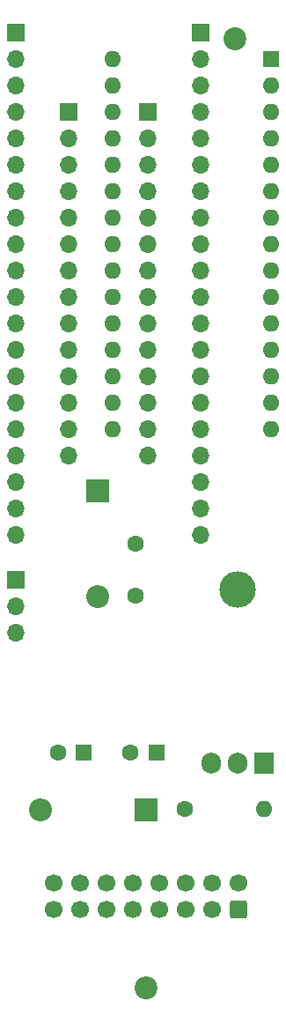
<source format=gbr>
%TF.GenerationSoftware,KiCad,Pcbnew,8.0.5*%
%TF.CreationDate,2024-11-21T14:34:23+00:00*%
%TF.ProjectId,EuroRackControl-MCU,4575726f-5261-4636-9b43-6f6e74726f6c,rev?*%
%TF.SameCoordinates,Original*%
%TF.FileFunction,Soldermask,Bot*%
%TF.FilePolarity,Negative*%
%FSLAX46Y46*%
G04 Gerber Fmt 4.6, Leading zero omitted, Abs format (unit mm)*
G04 Created by KiCad (PCBNEW 8.0.5) date 2024-11-21 14:34:23*
%MOMM*%
%LPD*%
G01*
G04 APERTURE LIST*
G04 Aperture macros list*
%AMRoundRect*
0 Rectangle with rounded corners*
0 $1 Rounding radius*
0 $2 $3 $4 $5 $6 $7 $8 $9 X,Y pos of 4 corners*
0 Add a 4 corners polygon primitive as box body*
4,1,4,$2,$3,$4,$5,$6,$7,$8,$9,$2,$3,0*
0 Add four circle primitives for the rounded corners*
1,1,$1+$1,$2,$3*
1,1,$1+$1,$4,$5*
1,1,$1+$1,$6,$7*
1,1,$1+$1,$8,$9*
0 Add four rect primitives between the rounded corners*
20,1,$1+$1,$2,$3,$4,$5,0*
20,1,$1+$1,$4,$5,$6,$7,0*
20,1,$1+$1,$6,$7,$8,$9,0*
20,1,$1+$1,$8,$9,$2,$3,0*%
G04 Aperture macros list end*
%ADD10R,1.700000X1.700000*%
%ADD11O,1.700000X1.700000*%
%ADD12C,2.200000*%
%ADD13O,3.500000X3.500000*%
%ADD14R,1.905000X2.000000*%
%ADD15O,1.905000X2.000000*%
%ADD16R,2.200000X2.200000*%
%ADD17O,2.200000X2.200000*%
%ADD18R,1.600000X1.600000*%
%ADD19C,1.600000*%
%ADD20O,1.600000X1.600000*%
%ADD21RoundRect,0.250000X0.600000X-0.600000X0.600000X0.600000X-0.600000X0.600000X-0.600000X-0.600000X0*%
%ADD22C,1.700000*%
G04 APERTURE END LIST*
D10*
%TO.C,J3*%
X22510000Y-60000000D03*
D11*
X22510000Y-62540000D03*
X22510000Y-65080000D03*
X22510000Y-67620000D03*
X22510000Y-70160000D03*
X22510000Y-72700000D03*
X22510000Y-75240000D03*
X22510000Y-77780000D03*
X22510000Y-80320000D03*
X22510000Y-82860000D03*
X22510000Y-85400000D03*
X22510000Y-87940000D03*
X22510000Y-90480000D03*
X22510000Y-93020000D03*
%TD*%
D12*
%TO.C,MK3*%
X38500000Y-53000000D03*
%TD*%
D10*
%TO.C,J2*%
X30130000Y-60000000D03*
D11*
X30130000Y-62540000D03*
X30130000Y-65080000D03*
X30130000Y-67620000D03*
X30130000Y-70160000D03*
X30130000Y-72700000D03*
X30130000Y-75240000D03*
X30130000Y-77780000D03*
X30130000Y-80320000D03*
X30130000Y-82860000D03*
X30130000Y-85400000D03*
X30130000Y-87940000D03*
X30130000Y-90480000D03*
X30130000Y-93020000D03*
%TD*%
D12*
%TO.C,MK5*%
X30000000Y-144200000D03*
%TD*%
D13*
%TO.C,U4*%
X38820000Y-105910000D03*
D14*
X41360000Y-122570000D03*
D15*
X38820000Y-122570000D03*
X36280000Y-122570000D03*
%TD*%
D10*
%TO.C,J17*%
X35210000Y-52430000D03*
D11*
X35210000Y-54970000D03*
X35210000Y-57510000D03*
X35210000Y-60050000D03*
X35210000Y-62590000D03*
X35210000Y-65130000D03*
X35210000Y-67670000D03*
X35210000Y-70210000D03*
X35210000Y-72750000D03*
X35210000Y-75290000D03*
X35210000Y-77830000D03*
X35210000Y-80370000D03*
X35210000Y-82910000D03*
X35210000Y-85450000D03*
X35210000Y-87990000D03*
X35210000Y-90530000D03*
X35210000Y-93070000D03*
X35210000Y-95610000D03*
X35210000Y-98150000D03*
X35210000Y-100690000D03*
%TD*%
D16*
%TO.C,D1*%
X30010000Y-127040000D03*
D17*
X19850000Y-127040000D03*
%TD*%
D18*
%TO.C,C2*%
X23970000Y-121560000D03*
D19*
X21470000Y-121560000D03*
%TD*%
%TO.C,R1*%
X33740000Y-127000000D03*
D20*
X41360000Y-127000000D03*
%TD*%
D10*
%TO.C,J6*%
X17430000Y-105000000D03*
D11*
X17430000Y-107540000D03*
X17430000Y-110080000D03*
%TD*%
D18*
%TO.C,U2*%
X42000000Y-54970000D03*
D20*
X42000000Y-57510000D03*
X42000000Y-60050000D03*
X42000000Y-62590000D03*
X42000000Y-65130000D03*
X42000000Y-67670000D03*
X42000000Y-70210000D03*
X42000000Y-72750000D03*
X42000000Y-75290000D03*
X42000000Y-77830000D03*
X42000000Y-80370000D03*
X42000000Y-82910000D03*
X42000000Y-85450000D03*
X42000000Y-87990000D03*
X42000000Y-90530000D03*
X26760000Y-90530000D03*
X26760000Y-87990000D03*
X26760000Y-85450000D03*
X26760000Y-82910000D03*
X26760000Y-80370000D03*
X26760000Y-77830000D03*
X26760000Y-75290000D03*
X26760000Y-72750000D03*
X26760000Y-70210000D03*
X26760000Y-67670000D03*
X26760000Y-65130000D03*
X26760000Y-62590000D03*
X26760000Y-60050000D03*
X26760000Y-57510000D03*
X26760000Y-54970000D03*
%TD*%
D19*
%TO.C,C3*%
X28990000Y-106520000D03*
X28990000Y-101520000D03*
%TD*%
D10*
%TO.C,J18*%
X17430000Y-52430000D03*
D11*
X17430000Y-54970000D03*
X17430000Y-57510000D03*
X17430000Y-60050000D03*
X17430000Y-62590000D03*
X17430000Y-65130000D03*
X17430000Y-67670000D03*
X17430000Y-70210000D03*
X17430000Y-72750000D03*
X17430000Y-75290000D03*
X17430000Y-77830000D03*
X17430000Y-80370000D03*
X17430000Y-82910000D03*
X17430000Y-85450000D03*
X17430000Y-87990000D03*
X17430000Y-90530000D03*
X17430000Y-93070000D03*
X17430000Y-95610000D03*
X17430000Y-98150000D03*
X17430000Y-100690000D03*
%TD*%
D21*
%TO.C,J5*%
X38890000Y-136640000D03*
D22*
X38890000Y-134100000D03*
X36350000Y-136640000D03*
X36350000Y-134100000D03*
X33810000Y-136640000D03*
X33810000Y-134100000D03*
X31270000Y-136640000D03*
X31270000Y-134100000D03*
X28730000Y-136640000D03*
X28730000Y-134100000D03*
X26190000Y-136640000D03*
X26190000Y-134100000D03*
X23650000Y-136640000D03*
X23650000Y-134100000D03*
X21110000Y-136640000D03*
X21110000Y-134100000D03*
%TD*%
D18*
%TO.C,C1*%
X30970000Y-121560000D03*
D19*
X28470000Y-121560000D03*
%TD*%
D16*
%TO.C,D19*%
X25350000Y-96400000D03*
D17*
X25350000Y-106560000D03*
%TD*%
M02*

</source>
